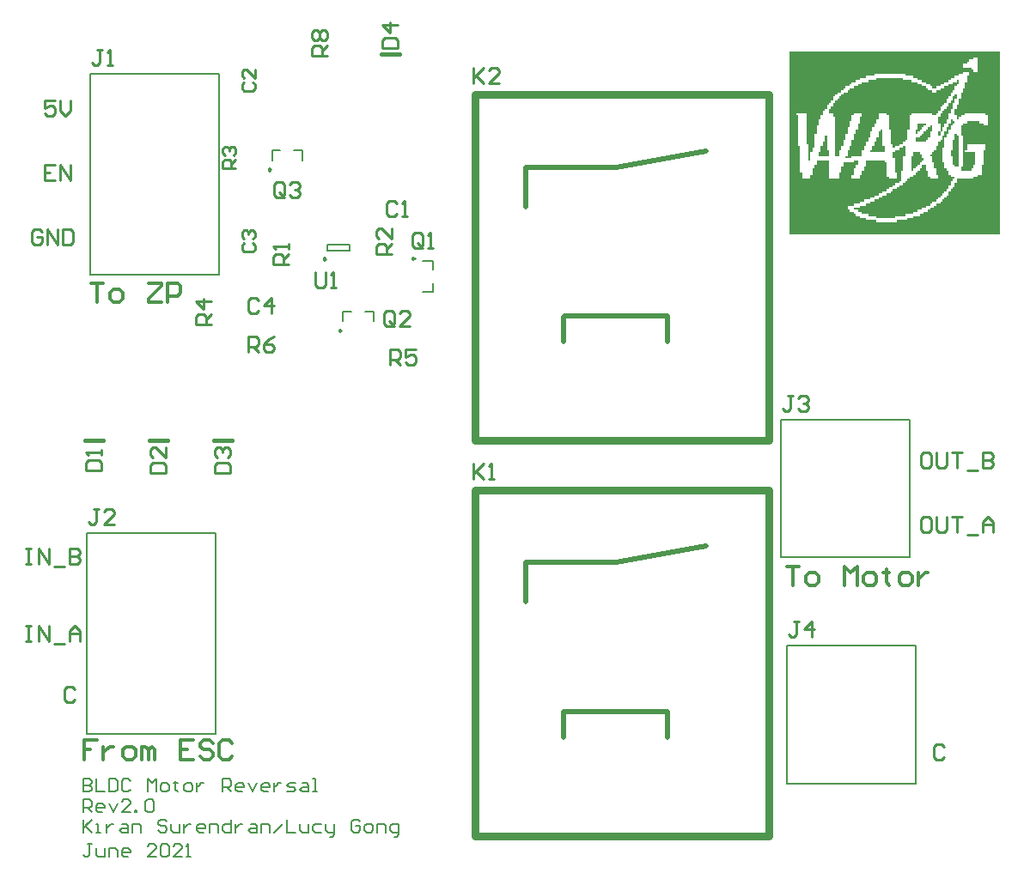
<source format=gto>
G04*
G04 #@! TF.GenerationSoftware,Altium Limited,Altium Designer,21.3.2 (30)*
G04*
G04 Layer_Color=65535*
%FSLAX25Y25*%
%MOIN*%
G70*
G04*
G04 #@! TF.SameCoordinates,176562F1-B387-4AA2-8F74-3CF4574A4688*
G04*
G04*
G04 #@! TF.FilePolarity,Positive*
G04*
G01*
G75*
%ADD10C,0.00984*%
%ADD11C,0.02953*%
%ADD12C,0.01968*%
%ADD13C,0.01575*%
%ADD14C,0.00787*%
%ADD15C,0.01200*%
%ADD16C,0.01000*%
G36*
X381600Y320400D02*
Y319600D01*
Y318800D01*
Y318000D01*
Y317200D01*
Y316400D01*
Y315600D01*
Y314800D01*
Y314000D01*
Y313200D01*
Y312400D01*
Y311600D01*
Y310800D01*
Y310000D01*
Y309200D01*
Y308400D01*
Y307600D01*
Y306800D01*
Y306000D01*
Y305200D01*
Y304400D01*
Y303600D01*
Y302800D01*
Y302000D01*
Y301200D01*
Y300400D01*
Y299600D01*
Y298800D01*
Y298000D01*
Y297200D01*
Y296400D01*
Y295600D01*
Y294800D01*
Y294000D01*
Y293200D01*
Y292400D01*
Y291600D01*
Y290800D01*
Y290000D01*
Y289200D01*
Y288400D01*
Y287600D01*
Y286800D01*
Y286000D01*
Y285200D01*
Y284400D01*
Y283600D01*
Y282800D01*
Y282000D01*
Y281200D01*
Y280400D01*
Y279600D01*
Y278800D01*
Y278000D01*
Y277200D01*
Y276400D01*
Y275600D01*
Y274800D01*
Y274000D01*
Y273200D01*
Y272400D01*
Y271600D01*
Y270800D01*
Y270000D01*
Y269200D01*
Y268400D01*
Y267600D01*
Y266800D01*
Y266000D01*
Y265200D01*
Y264400D01*
Y263600D01*
Y262800D01*
Y262000D01*
Y261200D01*
Y260400D01*
Y259600D01*
Y258800D01*
Y258000D01*
Y257200D01*
Y256400D01*
Y255600D01*
Y254800D01*
Y254000D01*
Y253200D01*
Y252400D01*
Y251600D01*
Y250800D01*
Y250000D01*
X300000D01*
Y250800D01*
Y251600D01*
Y252400D01*
Y253200D01*
Y254000D01*
Y254800D01*
Y255600D01*
Y256400D01*
Y257200D01*
Y258000D01*
Y258800D01*
Y259600D01*
Y260400D01*
Y261200D01*
Y262000D01*
Y262800D01*
Y263600D01*
Y264400D01*
Y265200D01*
Y266000D01*
Y266800D01*
Y267600D01*
Y268400D01*
Y269200D01*
Y270000D01*
Y270800D01*
Y271600D01*
Y272400D01*
Y273200D01*
Y274000D01*
Y274800D01*
Y275600D01*
Y276400D01*
Y277200D01*
Y278000D01*
Y278800D01*
Y279600D01*
Y280400D01*
Y281200D01*
Y282000D01*
Y282800D01*
Y283600D01*
Y284400D01*
Y285200D01*
Y286000D01*
Y286800D01*
Y287600D01*
Y288400D01*
Y289200D01*
Y290000D01*
Y290800D01*
Y291600D01*
Y292400D01*
Y293200D01*
Y294000D01*
Y294800D01*
Y295600D01*
Y296400D01*
Y297200D01*
Y298000D01*
Y298800D01*
Y299600D01*
Y300400D01*
Y301200D01*
Y302000D01*
Y302800D01*
Y303600D01*
Y304400D01*
Y305200D01*
Y306000D01*
Y306800D01*
Y307600D01*
Y308400D01*
Y309200D01*
Y310000D01*
Y310800D01*
Y311600D01*
Y312400D01*
Y313200D01*
Y314000D01*
Y314800D01*
Y315600D01*
Y316400D01*
Y317200D01*
Y318000D01*
Y318800D01*
Y319600D01*
Y320400D01*
Y321200D01*
X381600D01*
Y320400D01*
D02*
G37*
%LPC*%
G36*
X372800Y318800D02*
X371200D01*
Y318000D01*
X369600D01*
Y317200D01*
X368800D01*
Y316400D01*
X367200D01*
Y315600D01*
Y314800D01*
X370400D01*
Y314000D01*
X371200D01*
Y313200D01*
X372800D01*
Y314000D01*
Y314800D01*
Y315600D01*
Y316400D01*
Y317200D01*
Y318000D01*
Y318800D01*
D02*
G37*
G36*
X369600Y313200D02*
X367200D01*
Y312400D01*
X365600D01*
Y311600D01*
X364000D01*
Y310800D01*
X362400D01*
Y310000D01*
X361600D01*
Y309200D01*
X360000D01*
Y308400D01*
X358400D01*
Y307600D01*
X356800D01*
Y306800D01*
X355200D01*
Y307600D01*
X354400D01*
Y308400D01*
X352800D01*
Y309200D01*
X351200D01*
Y310000D01*
X349600D01*
Y310800D01*
X348000D01*
Y311600D01*
X344800D01*
Y312400D01*
X332800D01*
Y311600D01*
X329600D01*
Y310800D01*
X327200D01*
Y310000D01*
X325600D01*
Y309200D01*
X324000D01*
Y308400D01*
X323200D01*
Y307600D01*
X321600D01*
Y306800D01*
X320800D01*
Y306000D01*
X320000D01*
Y305200D01*
X318400D01*
Y304400D01*
X317600D01*
Y303600D01*
X316800D01*
Y302800D01*
Y302000D01*
X316000D01*
Y301200D01*
X315200D01*
Y300400D01*
X314400D01*
Y299600D01*
Y298800D01*
X313600D01*
Y298000D01*
X312800D01*
Y297200D01*
Y296400D01*
X312000D01*
Y295600D01*
Y294800D01*
X311200D01*
Y294000D01*
Y293200D01*
Y292400D01*
X310400D01*
Y291600D01*
Y290800D01*
Y290000D01*
Y289200D01*
X309600D01*
Y288400D01*
Y287600D01*
Y286800D01*
Y286000D01*
Y285200D01*
Y284400D01*
Y283600D01*
X308800D01*
Y282800D01*
Y282000D01*
X308000D01*
Y281200D01*
Y280400D01*
Y279600D01*
Y278800D01*
X307200D01*
Y279600D01*
Y280400D01*
Y281200D01*
Y282000D01*
Y282800D01*
Y283600D01*
Y284400D01*
Y285200D01*
X306400D01*
Y286000D01*
Y286800D01*
Y287600D01*
Y288400D01*
Y289200D01*
Y290000D01*
Y290800D01*
Y291600D01*
Y292400D01*
Y293200D01*
Y294000D01*
Y294800D01*
Y295600D01*
Y296400D01*
Y297200D01*
X302400D01*
Y296400D01*
X303200D01*
Y295600D01*
Y294800D01*
Y294000D01*
Y293200D01*
Y292400D01*
Y291600D01*
Y290800D01*
Y290000D01*
Y289200D01*
Y288400D01*
Y287600D01*
Y286800D01*
Y286000D01*
Y285200D01*
Y284400D01*
X304000D01*
Y283600D01*
Y282800D01*
Y282000D01*
Y281200D01*
Y280400D01*
Y279600D01*
Y278800D01*
Y278000D01*
Y277200D01*
Y276400D01*
Y275600D01*
Y274800D01*
Y274000D01*
X304800D01*
Y273200D01*
Y272400D01*
Y271600D01*
X308000D01*
Y272400D01*
Y273200D01*
X308800D01*
Y274000D01*
Y274800D01*
Y275600D01*
X309600D01*
Y276400D01*
Y277200D01*
X310400D01*
Y278000D01*
Y278800D01*
X315200D01*
Y278000D01*
Y277200D01*
Y276400D01*
Y275600D01*
Y274800D01*
Y274000D01*
Y273200D01*
Y272400D01*
Y271600D01*
X319200D01*
Y272400D01*
Y273200D01*
Y274000D01*
X320000D01*
Y274800D01*
Y275600D01*
Y276400D01*
X320800D01*
Y277200D01*
Y278000D01*
X324800D01*
Y278800D01*
X326400D01*
Y278000D01*
Y277200D01*
X325600D01*
Y276400D01*
Y275600D01*
X324800D01*
Y274800D01*
Y274000D01*
Y273200D01*
X324000D01*
Y272400D01*
Y271600D01*
X327200D01*
Y272400D01*
Y273200D01*
X328000D01*
Y274000D01*
Y274800D01*
X328800D01*
Y275600D01*
Y276400D01*
X329600D01*
Y277200D01*
Y278000D01*
Y278800D01*
X336800D01*
Y278000D01*
X337600D01*
Y277200D01*
Y276400D01*
Y275600D01*
Y274800D01*
Y274000D01*
Y273200D01*
Y272400D01*
X338400D01*
Y271600D01*
X341600D01*
Y272400D01*
Y273200D01*
Y274000D01*
X340800D01*
Y274800D01*
Y275600D01*
Y276400D01*
Y277200D01*
Y278000D01*
Y278800D01*
Y279600D01*
X340000D01*
Y280400D01*
Y281200D01*
Y282000D01*
X340800D01*
Y282800D01*
X342400D01*
Y283600D01*
X344000D01*
Y284400D01*
X344800D01*
Y283600D01*
Y282800D01*
Y282000D01*
Y281200D01*
Y280400D01*
X344000D01*
Y279600D01*
Y278800D01*
Y278000D01*
Y277200D01*
Y276400D01*
Y275600D01*
Y274800D01*
X343200D01*
Y274000D01*
Y273200D01*
Y272400D01*
Y271600D01*
Y270800D01*
X342400D01*
Y270000D01*
X340800D01*
Y269200D01*
X340000D01*
Y268400D01*
X338400D01*
Y267600D01*
X337600D01*
Y266800D01*
X336000D01*
Y266000D01*
X334400D01*
Y265200D01*
X332800D01*
Y264400D01*
X331200D01*
Y263600D01*
X328800D01*
Y262800D01*
X327200D01*
Y262000D01*
X324800D01*
Y261200D01*
X322400D01*
Y260400D01*
Y259600D01*
X323200D01*
Y258800D01*
X324800D01*
Y258000D01*
X325600D01*
Y257200D01*
X327200D01*
Y256400D01*
X329600D01*
Y255600D01*
X333600D01*
Y254800D01*
X341600D01*
Y255600D01*
X345600D01*
Y256400D01*
X348000D01*
Y257200D01*
X350400D01*
Y258000D01*
X352000D01*
Y258800D01*
X353600D01*
Y259600D01*
X354400D01*
Y260400D01*
X356000D01*
Y261200D01*
X356800D01*
Y262000D01*
X358400D01*
Y262800D01*
X359200D01*
Y263600D01*
X360000D01*
Y264400D01*
X360800D01*
Y265200D01*
X361600D01*
Y266000D01*
Y266800D01*
X362400D01*
Y267600D01*
X363200D01*
Y268400D01*
X364000D01*
Y269200D01*
Y270000D01*
X364800D01*
Y270800D01*
Y271600D01*
X371200D01*
Y272400D01*
X372800D01*
Y273200D01*
X374400D01*
Y274000D01*
Y274800D01*
Y275600D01*
Y276400D01*
Y277200D01*
X375200D01*
Y278000D01*
Y278800D01*
Y279600D01*
Y280400D01*
Y281200D01*
Y282000D01*
Y282800D01*
X376000D01*
Y283600D01*
Y284400D01*
Y285200D01*
X368800D01*
Y284400D01*
Y283600D01*
Y282800D01*
X368000D01*
Y282000D01*
X372000D01*
Y281200D01*
Y280400D01*
Y279600D01*
Y278800D01*
Y278000D01*
Y277200D01*
X371200D01*
Y276400D01*
Y275600D01*
X370400D01*
Y274800D01*
X366400D01*
Y275600D01*
Y276400D01*
X367200D01*
Y277200D01*
Y278000D01*
Y278800D01*
Y279600D01*
Y280400D01*
Y281200D01*
Y282000D01*
Y282800D01*
Y283600D01*
Y284400D01*
Y285200D01*
Y286000D01*
Y286800D01*
Y287600D01*
Y288400D01*
X366400D01*
Y289200D01*
Y290000D01*
Y290800D01*
Y291600D01*
Y292400D01*
X367200D01*
Y293200D01*
X368800D01*
Y294000D01*
X373600D01*
Y293200D01*
X375200D01*
Y292400D01*
X376800D01*
Y293200D01*
Y294000D01*
Y294800D01*
Y295600D01*
Y296400D01*
X376000D01*
Y297200D01*
X368000D01*
Y296400D01*
X366400D01*
Y295600D01*
X365600D01*
Y294800D01*
X364800D01*
Y295600D01*
Y296400D01*
X364000D01*
Y297200D01*
Y298000D01*
Y298800D01*
X364800D01*
Y299600D01*
Y300400D01*
X365600D01*
Y301200D01*
Y302000D01*
Y302800D01*
X366400D01*
Y303600D01*
Y304400D01*
Y305200D01*
X367200D01*
Y306000D01*
Y306800D01*
X368000D01*
Y307600D01*
Y308400D01*
Y309200D01*
X368800D01*
Y310000D01*
Y310800D01*
Y311600D01*
X369600D01*
Y312400D01*
Y313200D01*
D02*
G37*
%LPD*%
G36*
X344000Y310000D02*
X347200D01*
Y309200D01*
X349600D01*
Y308400D01*
X351200D01*
Y307600D01*
X352800D01*
Y306800D01*
X353600D01*
Y306000D01*
X355200D01*
Y305200D01*
X356800D01*
Y306000D01*
X358400D01*
Y306800D01*
X360000D01*
Y307600D01*
X361600D01*
Y308400D01*
X363200D01*
Y309200D01*
X364800D01*
Y310000D01*
X365600D01*
Y309200D01*
Y308400D01*
X364800D01*
Y307600D01*
X364000D01*
Y306800D01*
Y306000D01*
X363200D01*
Y305200D01*
X362400D01*
Y304400D01*
Y303600D01*
X361600D01*
Y302800D01*
X360800D01*
Y302000D01*
Y301200D01*
X360000D01*
Y300400D01*
X359200D01*
Y299600D01*
X358400D01*
Y298800D01*
Y298000D01*
X357600D01*
Y297200D01*
X356800D01*
Y296400D01*
X355200D01*
Y297200D01*
X347200D01*
Y296400D01*
X346400D01*
Y295600D01*
Y294800D01*
Y294000D01*
Y293200D01*
Y292400D01*
Y291600D01*
Y290800D01*
X345600D01*
Y290000D01*
Y289200D01*
Y288400D01*
Y287600D01*
Y286800D01*
X344800D01*
Y286000D01*
X344000D01*
Y285200D01*
X342400D01*
Y284400D01*
X340800D01*
Y283600D01*
X340000D01*
Y284400D01*
Y285200D01*
X339200D01*
Y286000D01*
Y286800D01*
Y287600D01*
Y288400D01*
Y289200D01*
Y290000D01*
Y290800D01*
X338400D01*
Y291600D01*
Y292400D01*
Y293200D01*
Y294000D01*
Y294800D01*
Y295600D01*
Y296400D01*
X337600D01*
Y297200D01*
X334400D01*
Y296400D01*
Y295600D01*
Y294800D01*
X333600D01*
Y294000D01*
Y293200D01*
X332800D01*
Y292400D01*
Y291600D01*
X332000D01*
Y290800D01*
Y290000D01*
X331200D01*
Y289200D01*
Y288400D01*
Y287600D01*
X330400D01*
Y286800D01*
Y286000D01*
X329600D01*
Y285200D01*
Y284400D01*
X328800D01*
Y283600D01*
Y282800D01*
X328000D01*
Y282000D01*
Y281200D01*
Y280400D01*
X324000D01*
Y279600D01*
X321600D01*
Y280400D01*
X322400D01*
Y281200D01*
Y282000D01*
Y282800D01*
X323200D01*
Y283600D01*
Y284400D01*
X324000D01*
Y285200D01*
Y286000D01*
Y286800D01*
X324800D01*
Y287600D01*
Y288400D01*
Y289200D01*
X325600D01*
Y290000D01*
Y290800D01*
X326400D01*
Y291600D01*
Y292400D01*
Y293200D01*
X327200D01*
Y294000D01*
Y294800D01*
Y295600D01*
X328000D01*
Y296400D01*
Y297200D01*
X324800D01*
Y296400D01*
X324000D01*
Y295600D01*
Y294800D01*
Y294000D01*
X323200D01*
Y293200D01*
Y292400D01*
Y291600D01*
X322400D01*
Y290800D01*
Y290000D01*
Y289200D01*
X321600D01*
Y288400D01*
Y287600D01*
Y286800D01*
X320800D01*
Y286000D01*
Y285200D01*
Y284400D01*
X320000D01*
Y283600D01*
Y282800D01*
X319200D01*
Y282000D01*
Y281200D01*
Y280400D01*
X317600D01*
Y281200D01*
Y282000D01*
Y282800D01*
Y283600D01*
Y284400D01*
Y285200D01*
Y286000D01*
Y286800D01*
Y287600D01*
Y288400D01*
Y289200D01*
Y290000D01*
Y290800D01*
Y291600D01*
Y292400D01*
Y293200D01*
Y294000D01*
Y294800D01*
Y295600D01*
X316800D01*
Y296400D01*
Y297200D01*
X315200D01*
Y298000D01*
Y298800D01*
X316000D01*
Y299600D01*
X316800D01*
Y300400D01*
Y301200D01*
X317600D01*
Y302000D01*
X318400D01*
Y302800D01*
X319200D01*
Y303600D01*
X320000D01*
Y304400D01*
X320800D01*
Y305200D01*
X322400D01*
Y306000D01*
X323200D01*
Y306800D01*
X324800D01*
Y307600D01*
X326400D01*
Y308400D01*
X328000D01*
Y309200D01*
X330400D01*
Y310000D01*
X333600D01*
Y310800D01*
X344000D01*
Y310000D01*
D02*
G37*
G36*
X364800Y303600D02*
Y302800D01*
X364000D01*
Y302000D01*
Y301200D01*
X363200D01*
Y300400D01*
Y299600D01*
Y298800D01*
X362400D01*
Y298000D01*
Y297200D01*
X361600D01*
Y296400D01*
Y295600D01*
Y294800D01*
X360800D01*
Y294000D01*
Y293200D01*
X360000D01*
Y292400D01*
Y291600D01*
X359200D01*
Y290800D01*
Y290000D01*
X358400D01*
Y290800D01*
Y291600D01*
Y292400D01*
Y293200D01*
X357600D01*
Y294000D01*
Y294800D01*
Y295600D01*
X358400D01*
Y296400D01*
Y297200D01*
X359200D01*
Y298000D01*
X360000D01*
Y298800D01*
X360800D01*
Y299600D01*
X361600D01*
Y300400D01*
Y301200D01*
X362400D01*
Y302000D01*
X363200D01*
Y302800D01*
Y303600D01*
X364000D01*
Y304400D01*
X364800D01*
Y303600D01*
D02*
G37*
G36*
X352800Y292400D02*
X352000D01*
Y291600D01*
X351200D01*
Y290800D01*
X350400D01*
Y290000D01*
X349600D01*
Y289200D01*
X348800D01*
Y290000D01*
Y290800D01*
X349600D01*
Y291600D01*
Y292400D01*
Y293200D01*
X352800D01*
Y292400D01*
D02*
G37*
G36*
X358400Y289200D02*
Y288400D01*
X357600D01*
Y289200D01*
Y290000D01*
X358400D01*
Y289200D01*
D02*
G37*
G36*
X355200Y291600D02*
Y290800D01*
Y290000D01*
X354400D01*
Y289200D01*
Y288400D01*
Y287600D01*
X353600D01*
Y286800D01*
X352800D01*
Y286000D01*
X348800D01*
Y286800D01*
Y287600D01*
X350400D01*
Y288400D01*
X351200D01*
Y289200D01*
X352000D01*
Y290000D01*
X352800D01*
Y290800D01*
X353600D01*
Y291600D01*
X354400D01*
Y292400D01*
X355200D01*
Y291600D01*
D02*
G37*
G36*
X336000Y290000D02*
Y289200D01*
Y288400D01*
Y287600D01*
Y286800D01*
Y286000D01*
Y285200D01*
Y284400D01*
X336800D01*
Y283600D01*
Y282800D01*
Y282000D01*
X331200D01*
Y282800D01*
X332000D01*
Y283600D01*
Y284400D01*
X332800D01*
Y285200D01*
Y286000D01*
X333600D01*
Y286800D01*
Y287600D01*
X334400D01*
Y288400D01*
Y289200D01*
Y290000D01*
X335200D01*
Y290800D01*
X336000D01*
Y290000D01*
D02*
G37*
G36*
X314400Y287600D02*
Y286800D01*
Y286000D01*
Y285200D01*
Y284400D01*
Y283600D01*
Y282800D01*
X315200D01*
Y282000D01*
Y281200D01*
Y280400D01*
X311200D01*
Y281200D01*
Y282000D01*
X312000D01*
Y282800D01*
Y283600D01*
Y284400D01*
X312800D01*
Y285200D01*
Y286000D01*
X313600D01*
Y286800D01*
Y287600D01*
Y288400D01*
X314400D01*
Y287600D01*
D02*
G37*
G36*
X364800Y288400D02*
X365600D01*
Y287600D01*
Y286800D01*
Y286000D01*
Y285200D01*
Y284400D01*
Y283600D01*
Y282800D01*
Y282000D01*
Y281200D01*
Y280400D01*
Y279600D01*
Y278800D01*
Y278000D01*
Y277200D01*
Y276400D01*
X364000D01*
Y277200D01*
X363200D01*
Y278000D01*
Y278800D01*
Y279600D01*
Y280400D01*
X362400D01*
Y281200D01*
Y282000D01*
Y282800D01*
X363200D01*
Y283600D01*
Y284400D01*
Y285200D01*
Y286000D01*
Y286800D01*
X364000D01*
Y287600D01*
Y288400D01*
Y289200D01*
X364800D01*
Y288400D01*
D02*
G37*
G36*
X350400Y281200D02*
X351200D01*
Y280400D01*
Y279600D01*
X352000D01*
Y278800D01*
X351200D01*
Y278000D01*
X350400D01*
Y277200D01*
X349600D01*
Y276400D01*
X348800D01*
Y275600D01*
X348000D01*
Y274800D01*
X347200D01*
Y275600D01*
Y276400D01*
Y277200D01*
Y278000D01*
Y278800D01*
Y279600D01*
Y280400D01*
X348000D01*
Y281200D01*
Y282000D01*
X350400D01*
Y281200D01*
D02*
G37*
G36*
X363200Y294000D02*
X364000D01*
Y293200D01*
X363200D01*
Y292400D01*
X362400D01*
Y291600D01*
Y290800D01*
X361600D01*
Y290000D01*
Y289200D01*
X360800D01*
Y288400D01*
Y287600D01*
X360000D01*
Y286800D01*
Y286000D01*
Y285200D01*
Y284400D01*
Y283600D01*
X359200D01*
Y282800D01*
Y282000D01*
Y281200D01*
Y280400D01*
Y279600D01*
Y278800D01*
Y278000D01*
X360000D01*
Y277200D01*
Y276400D01*
Y275600D01*
X360800D01*
Y274800D01*
X361600D01*
Y274000D01*
Y273200D01*
X362400D01*
Y272400D01*
X364000D01*
Y271600D01*
X363200D01*
Y270800D01*
X362400D01*
Y270000D01*
Y269200D01*
X361600D01*
Y268400D01*
Y267600D01*
X360800D01*
Y266800D01*
X360000D01*
Y266000D01*
X359200D01*
Y265200D01*
X358400D01*
Y264400D01*
X357600D01*
Y263600D01*
X356800D01*
Y262800D01*
X355200D01*
Y262000D01*
X354400D01*
Y261200D01*
X352800D01*
Y260400D01*
X351200D01*
Y259600D01*
X349600D01*
Y258800D01*
X348000D01*
Y258000D01*
X344800D01*
Y257200D01*
X340800D01*
Y256400D01*
X333600D01*
Y257200D01*
X330400D01*
Y258000D01*
X328000D01*
Y258800D01*
X326400D01*
Y259600D01*
X324800D01*
Y260400D01*
X327200D01*
Y261200D01*
X329600D01*
Y262000D01*
X331200D01*
Y262800D01*
X332800D01*
Y263600D01*
X334400D01*
Y264400D01*
X336000D01*
Y265200D01*
X337600D01*
Y266000D01*
X339200D01*
Y266800D01*
X340000D01*
Y267600D01*
X341600D01*
Y268400D01*
X342400D01*
Y269200D01*
X344000D01*
Y270000D01*
X344800D01*
Y270800D01*
X345600D01*
Y271600D01*
X346400D01*
Y272400D01*
X348000D01*
Y273200D01*
X348800D01*
Y274000D01*
X349600D01*
Y274800D01*
X350400D01*
Y275600D01*
X351200D01*
Y276400D01*
Y277200D01*
X352800D01*
Y276400D01*
Y275600D01*
Y274800D01*
X353600D01*
Y274000D01*
Y273200D01*
Y272400D01*
X354400D01*
Y271600D01*
X357600D01*
Y272400D01*
Y273200D01*
X356800D01*
Y274000D01*
Y274800D01*
Y275600D01*
X356000D01*
Y276400D01*
Y277200D01*
Y278000D01*
X355200D01*
Y278800D01*
Y279600D01*
Y280400D01*
X354400D01*
Y281200D01*
X355200D01*
Y282000D01*
X356000D01*
Y282800D01*
X356800D01*
Y283600D01*
Y284400D01*
X357600D01*
Y285200D01*
Y286000D01*
X358400D01*
Y286800D01*
X359200D01*
Y287600D01*
Y288400D01*
X360000D01*
Y289200D01*
Y290000D01*
X360800D01*
Y290800D01*
Y291600D01*
X361600D01*
Y292400D01*
Y293200D01*
X362400D01*
Y294000D01*
Y294800D01*
X363200D01*
Y294000D01*
D02*
G37*
D10*
X119980Y240571D02*
X119242Y240997D01*
Y240145D01*
X119980Y240571D01*
X98486Y275276D02*
X97748Y275702D01*
Y274849D01*
X98486Y275276D01*
X125986Y212776D02*
X125248Y213202D01*
Y212349D01*
X125986Y212776D01*
X154392Y240766D02*
X153654Y241192D01*
Y240340D01*
X154392Y240766D01*
D11*
X177795Y16538D02*
X291968D01*
X177795Y150772D02*
X291968D01*
Y16538D02*
Y150772D01*
X177795Y16538D02*
Y150772D01*
Y170082D02*
X291968D01*
X177795Y304315D02*
X291968D01*
Y170082D02*
Y304315D01*
X177795Y170082D02*
Y304315D01*
D12*
X212441Y64811D02*
X252598D01*
X212362Y54831D02*
Y64653D01*
X252480Y54831D02*
Y64614D01*
X197480Y107331D02*
Y122606D01*
X197402Y122685D02*
X232441D01*
X267480Y128984D01*
X232441Y276228D02*
X267480Y282528D01*
X197402Y276228D02*
X232441D01*
X197480Y260874D02*
Y276150D01*
X252480Y208374D02*
Y218158D01*
X212362Y208374D02*
Y218197D01*
X212441Y218354D02*
X252598D01*
D13*
X141500Y319965D02*
X148500D01*
X76500Y170035D02*
X83500D01*
X51500D02*
X58500D01*
X26500D02*
X33500D01*
D14*
X28504Y234547D02*
X78504D01*
X28504Y312500D02*
X78504D01*
X28504Y234547D02*
Y312500D01*
X78504Y234547D02*
Y312500D01*
X298996Y36909D02*
Y90453D01*
X348996Y36909D02*
Y90453D01*
X298996Y36909D02*
X348996D01*
X298996Y90453D02*
X348996D01*
X296496Y124634D02*
Y178177D01*
X346496Y124634D02*
Y178177D01*
X296496Y124634D02*
X346496D01*
X296496Y178177D02*
X346496D01*
X120669Y243819D02*
Y246181D01*
X129331Y243819D02*
Y246181D01*
X120669Y243819D02*
X129331D01*
X120669Y246181D02*
X129331D01*
X99094Y278819D02*
Y282756D01*
X102325D01*
X110906Y278819D02*
Y282756D01*
X107675D02*
X110906D01*
X135175Y220256D02*
X138406D01*
Y216319D02*
Y220256D01*
X126594D02*
X129825D01*
X126594Y216319D02*
Y220256D01*
X77354Y56028D02*
Y133980D01*
X27354Y56028D02*
Y133980D01*
X77354D01*
X27354Y56028D02*
X77354D01*
X161380Y227854D02*
Y231085D01*
X157443Y227854D02*
X161380D01*
Y236435D02*
Y239665D01*
X157443D02*
X161380D01*
X25787Y38615D02*
Y33617D01*
X28287D01*
X29120Y34450D01*
Y35283D01*
X28287Y36116D01*
X25787D01*
X28287D01*
X29120Y36949D01*
Y37782D01*
X28287Y38615D01*
X25787D01*
X30786D02*
Y33617D01*
X34118D01*
X35784Y38615D02*
Y33617D01*
X38283D01*
X39116Y34450D01*
Y37782D01*
X38283Y38615D01*
X35784D01*
X44115Y37782D02*
X43282Y38615D01*
X41616D01*
X40782Y37782D01*
Y34450D01*
X41616Y33617D01*
X43282D01*
X44115Y34450D01*
X50779Y33617D02*
Y38615D01*
X52445Y36949D01*
X54112Y38615D01*
Y33617D01*
X56611D02*
X58277D01*
X59110Y34450D01*
Y36116D01*
X58277Y36949D01*
X56611D01*
X55778Y36116D01*
Y34450D01*
X56611Y33617D01*
X61609Y37782D02*
Y36949D01*
X60776D01*
X62442D01*
X61609D01*
Y34450D01*
X62442Y33617D01*
X65774D02*
X67441D01*
X68274Y34450D01*
Y36116D01*
X67441Y36949D01*
X65774D01*
X64941Y36116D01*
Y34450D01*
X65774Y33617D01*
X69940Y36949D02*
Y33617D01*
Y35283D01*
X70773Y36116D01*
X71606Y36949D01*
X72439D01*
X79936Y33617D02*
Y38615D01*
X82436D01*
X83269Y37782D01*
Y36116D01*
X82436Y35283D01*
X79936D01*
X81603D02*
X83269Y33617D01*
X87434D02*
X85768D01*
X84935Y34450D01*
Y36116D01*
X85768Y36949D01*
X87434D01*
X88267Y36116D01*
Y35283D01*
X84935D01*
X89933Y36949D02*
X91599Y33617D01*
X93265Y36949D01*
X97431Y33617D02*
X95765D01*
X94932Y34450D01*
Y36116D01*
X95765Y36949D01*
X97431D01*
X98264Y36116D01*
Y35283D01*
X94932D01*
X99930Y36949D02*
Y33617D01*
Y35283D01*
X100763Y36116D01*
X101596Y36949D01*
X102429D01*
X104928Y33617D02*
X107428D01*
X108261Y34450D01*
X107428Y35283D01*
X105762D01*
X104928Y36116D01*
X105762Y36949D01*
X108261D01*
X110760D02*
X112426D01*
X113259Y36116D01*
Y33617D01*
X110760D01*
X109927Y34450D01*
X110760Y35283D01*
X113259D01*
X114925Y33617D02*
X116591D01*
X115758D01*
Y38615D01*
X114925D01*
X25787Y25729D02*
Y30728D01*
X28287D01*
X29120Y29895D01*
Y28228D01*
X28287Y27395D01*
X25787D01*
X27454D02*
X29120Y25729D01*
X33285D02*
X31619D01*
X30786Y26562D01*
Y28228D01*
X31619Y29061D01*
X33285D01*
X34118Y28228D01*
Y27395D01*
X30786D01*
X35784Y29061D02*
X37450Y25729D01*
X39116Y29061D01*
X44115Y25729D02*
X40782D01*
X44115Y29061D01*
Y29895D01*
X43282Y30728D01*
X41616D01*
X40782Y29895D01*
X45781Y25729D02*
Y26562D01*
X46614D01*
Y25729D01*
X45781D01*
X49946Y29895D02*
X50779Y30728D01*
X52445D01*
X53278Y29895D01*
Y26562D01*
X52445Y25729D01*
X50779D01*
X49946Y26562D01*
Y29895D01*
X25787Y22840D02*
Y17841D01*
Y19508D01*
X29120Y22840D01*
X26621Y20340D01*
X29120Y17841D01*
X30786D02*
X32452D01*
X31619D01*
Y21174D01*
X30786D01*
X34951D02*
Y17841D01*
Y19508D01*
X35784Y20340D01*
X36617Y21174D01*
X37450D01*
X40782D02*
X42449D01*
X43282Y20340D01*
Y17841D01*
X40782D01*
X39950Y18674D01*
X40782Y19508D01*
X43282D01*
X44948Y17841D02*
Y21174D01*
X47447D01*
X48280Y20340D01*
Y17841D01*
X58277Y22007D02*
X57444Y22840D01*
X55778D01*
X54945Y22007D01*
Y21174D01*
X55778Y20340D01*
X57444D01*
X58277Y19508D01*
Y18674D01*
X57444Y17841D01*
X55778D01*
X54945Y18674D01*
X59943Y21174D02*
Y18674D01*
X60776Y17841D01*
X63275D01*
Y21174D01*
X64941D02*
Y17841D01*
Y19508D01*
X65774Y20340D01*
X66607Y21174D01*
X67441D01*
X72439Y17841D02*
X70773D01*
X69940Y18674D01*
Y20340D01*
X70773Y21174D01*
X72439D01*
X73272Y20340D01*
Y19508D01*
X69940D01*
X74938Y17841D02*
Y21174D01*
X77437D01*
X78270Y20340D01*
Y17841D01*
X83269Y22840D02*
Y17841D01*
X80770D01*
X79936Y18674D01*
Y20340D01*
X80770Y21174D01*
X83269D01*
X84935D02*
Y17841D01*
Y19508D01*
X85768Y20340D01*
X86601Y21174D01*
X87434D01*
X90766D02*
X92432D01*
X93265Y20340D01*
Y17841D01*
X90766D01*
X89933Y18674D01*
X90766Y19508D01*
X93265D01*
X94932Y17841D02*
Y21174D01*
X97431D01*
X98264Y20340D01*
Y17841D01*
X99930D02*
X103262Y21174D01*
X104928Y22840D02*
Y17841D01*
X108261D01*
X109927Y21174D02*
Y18674D01*
X110760Y17841D01*
X113259D01*
Y21174D01*
X118257D02*
X115758D01*
X114925Y20340D01*
Y18674D01*
X115758Y17841D01*
X118257D01*
X119924Y21174D02*
Y18674D01*
X120757Y17841D01*
X123256D01*
Y17008D01*
X122423Y16175D01*
X121590D01*
X123256Y17841D02*
Y21174D01*
X133253Y22007D02*
X132420Y22840D01*
X130753D01*
X129920Y22007D01*
Y18674D01*
X130753Y17841D01*
X132420D01*
X133253Y18674D01*
Y20340D01*
X131586D01*
X135752Y17841D02*
X137418D01*
X138251Y18674D01*
Y20340D01*
X137418Y21174D01*
X135752D01*
X134919Y20340D01*
Y18674D01*
X135752Y17841D01*
X139917D02*
Y21174D01*
X142416D01*
X143249Y20340D01*
Y17841D01*
X146582Y16175D02*
X147415D01*
X148248Y17008D01*
Y21174D01*
X145748D01*
X144915Y20340D01*
Y18674D01*
X145748Y17841D01*
X148248D01*
X29120Y13286D02*
X27454D01*
X28287D01*
Y9121D01*
X27454Y8287D01*
X26621D01*
X25787Y9121D01*
X30786Y11620D02*
Y9121D01*
X31619Y8287D01*
X34118D01*
Y11620D01*
X35784Y8287D02*
Y11620D01*
X38283D01*
X39116Y10787D01*
Y8287D01*
X43282D02*
X41616D01*
X40782Y9121D01*
Y10787D01*
X41616Y11620D01*
X43282D01*
X44115Y10787D01*
Y9954D01*
X40782D01*
X54112Y8287D02*
X50779D01*
X54112Y11620D01*
Y12453D01*
X53278Y13286D01*
X51612D01*
X50779Y12453D01*
X55778D02*
X56611Y13286D01*
X58277D01*
X59110Y12453D01*
Y9121D01*
X58277Y8287D01*
X56611D01*
X55778Y9121D01*
Y12453D01*
X64108Y8287D02*
X60776D01*
X64108Y11620D01*
Y12453D01*
X63275Y13286D01*
X61609D01*
X60776Y12453D01*
X65774Y8287D02*
X67441D01*
X66607D01*
Y13286D01*
X65774Y12453D01*
D15*
X298700Y121198D02*
X303698D01*
X301199D01*
Y113700D01*
X307447D02*
X309946D01*
X311196Y114950D01*
Y117449D01*
X309946Y118698D01*
X307447D01*
X306198Y117449D01*
Y114950D01*
X307447Y113700D01*
X321193D02*
Y121198D01*
X323692Y118698D01*
X326191Y121198D01*
Y113700D01*
X329940D02*
X332439D01*
X333689Y114950D01*
Y117449D01*
X332439Y118698D01*
X329940D01*
X328690Y117449D01*
Y114950D01*
X329940Y113700D01*
X337438Y119948D02*
Y118698D01*
X336188D01*
X338687D01*
X337438D01*
Y114950D01*
X338687Y113700D01*
X343686D02*
X346185D01*
X347434Y114950D01*
Y117449D01*
X346185Y118698D01*
X343686D01*
X342436Y117449D01*
Y114950D01*
X343686Y113700D01*
X349934Y118698D02*
Y113700D01*
Y116199D01*
X351183Y117449D01*
X352433Y118698D01*
X353682D01*
X28700Y231198D02*
X33698D01*
X31199D01*
Y223700D01*
X37447D02*
X39946D01*
X41196Y224950D01*
Y227449D01*
X39946Y228698D01*
X37447D01*
X36198Y227449D01*
Y224950D01*
X37447Y223700D01*
X51193Y231198D02*
X56191D01*
Y229948D01*
X51193Y224950D01*
Y223700D01*
X56191D01*
X58690D02*
Y231198D01*
X62439D01*
X63689Y229948D01*
Y227449D01*
X62439Y226199D01*
X58690D01*
X31198Y53698D02*
X26200D01*
Y49949D01*
X28699D01*
X26200D01*
Y46200D01*
X33698Y51198D02*
Y46200D01*
Y48699D01*
X34947Y49949D01*
X36197Y51198D01*
X37446D01*
X42445Y46200D02*
X44944D01*
X46194Y47450D01*
Y49949D01*
X44944Y51198D01*
X42445D01*
X41195Y49949D01*
Y47450D01*
X42445Y46200D01*
X48693D02*
Y51198D01*
X49942D01*
X51192Y49949D01*
Y46200D01*
Y49949D01*
X52442Y51198D01*
X53691Y49949D01*
Y46200D01*
X68686Y53698D02*
X63688D01*
Y46200D01*
X68686D01*
X63688Y49949D02*
X66187D01*
X76184Y52448D02*
X74934Y53698D01*
X72435D01*
X71185Y52448D01*
Y51198D01*
X72435Y49949D01*
X74934D01*
X76184Y48699D01*
Y47450D01*
X74934Y46200D01*
X72435D01*
X71185Y47450D01*
X83681Y52448D02*
X82432Y53698D01*
X79933D01*
X78683Y52448D01*
Y47450D01*
X79933Y46200D01*
X82432D01*
X83681Y47450D01*
D16*
X359999Y50998D02*
X358999Y51998D01*
X357000D01*
X356000Y50998D01*
Y47000D01*
X357000Y46000D01*
X358999D01*
X359999Y47000D01*
X14999Y301998D02*
X11000D01*
Y298999D01*
X12999Y299999D01*
X13999D01*
X14999Y298999D01*
Y297000D01*
X13999Y296000D01*
X12000D01*
X11000Y297000D01*
X16998Y301998D02*
Y297999D01*
X18997Y296000D01*
X20997Y297999D01*
Y301998D01*
X22499Y73498D02*
X21499Y74498D01*
X19500D01*
X18500Y73498D01*
Y69500D01*
X19500Y68500D01*
X21499D01*
X22499Y69500D01*
X3500Y97998D02*
X5499D01*
X4500D01*
Y92000D01*
X3500D01*
X5499D01*
X8498D02*
Y97998D01*
X12497Y92000D01*
Y97998D01*
X14496Y91000D02*
X18495D01*
X20494Y92000D02*
Y95998D01*
X22494Y97998D01*
X24493Y95998D01*
Y92000D01*
Y94999D01*
X20494D01*
X353849Y165478D02*
X351850D01*
X350850Y164478D01*
Y160480D01*
X351850Y159480D01*
X353849D01*
X354849Y160480D01*
Y164478D01*
X353849Y165478D01*
X356849D02*
Y160480D01*
X357848Y159480D01*
X359847D01*
X360847Y160480D01*
Y165478D01*
X362846D02*
X366845D01*
X364846D01*
Y159480D01*
X368845Y158480D02*
X372843D01*
X374843Y165478D02*
Y159480D01*
X377842D01*
X378841Y160480D01*
Y161479D01*
X377842Y162479D01*
X374843D01*
X377842D01*
X378841Y163479D01*
Y164478D01*
X377842Y165478D01*
X374843D01*
X353849Y140478D02*
X351850D01*
X350850Y139478D01*
Y135480D01*
X351850Y134480D01*
X353849D01*
X354849Y135480D01*
Y139478D01*
X353849Y140478D01*
X356849D02*
Y135480D01*
X357848Y134480D01*
X359847D01*
X360847Y135480D01*
Y140478D01*
X362846D02*
X366845D01*
X364846D01*
Y134480D01*
X368845Y133480D02*
X372843D01*
X374843Y134480D02*
Y138479D01*
X376842Y140478D01*
X378841Y138479D01*
Y134480D01*
Y137479D01*
X374843D01*
X3500Y127998D02*
X5499D01*
X4500D01*
Y122000D01*
X3500D01*
X5499D01*
X8498D02*
Y127998D01*
X12497Y122000D01*
Y127998D01*
X14496Y121000D02*
X18495D01*
X20494Y127998D02*
Y122000D01*
X23494D01*
X24493Y122999D01*
Y123999D01*
X23494Y124999D01*
X20494D01*
X23494D01*
X24493Y125998D01*
Y126998D01*
X23494Y127998D01*
X20494D01*
X14999Y276998D02*
X11000D01*
Y271000D01*
X14999D01*
X11000Y273999D02*
X12999D01*
X16998Y271000D02*
Y276998D01*
X20997Y271000D01*
Y276998D01*
X9999Y250998D02*
X8999Y251998D01*
X7000D01*
X6000Y250998D01*
Y247000D01*
X7000Y246000D01*
X8999D01*
X9999Y247000D01*
Y248999D01*
X7999D01*
X11998Y246000D02*
Y251998D01*
X15997Y246000D01*
Y251998D01*
X17996D02*
Y246000D01*
X20995D01*
X21995Y247000D01*
Y250998D01*
X20995Y251998D01*
X17996D01*
X303552Y99810D02*
X301552D01*
X302552D01*
Y94811D01*
X301552Y93812D01*
X300552D01*
X299553Y94811D01*
X308550Y93812D02*
Y99810D01*
X305551Y96811D01*
X309549D01*
X120499Y319450D02*
X114501D01*
Y322449D01*
X115501Y323449D01*
X117500D01*
X118500Y322449D01*
Y319450D01*
Y321450D02*
X120499Y323449D01*
X115501Y325448D02*
X114501Y326448D01*
Y328448D01*
X115501Y329447D01*
X116500D01*
X117500Y328448D01*
X118500Y329447D01*
X119499D01*
X120499Y328448D01*
Y326448D01*
X119499Y325448D01*
X118500D01*
X117500Y326448D01*
X116500Y325448D01*
X115501D01*
X117500Y326448D02*
Y328448D01*
X104000Y265501D02*
Y269499D01*
X103001Y270499D01*
X101001D01*
X100002Y269499D01*
Y265501D01*
X101001Y264501D01*
X103001D01*
X102001Y266500D02*
X104000Y264501D01*
X103001D02*
X104000Y265501D01*
X106000Y269499D02*
X106999Y270499D01*
X108999D01*
X109998Y269499D01*
Y268500D01*
X108999Y267500D01*
X107999D01*
X108999D01*
X109998Y266500D01*
Y265501D01*
X108999Y264501D01*
X106999D01*
X106000Y265501D01*
X177353Y314810D02*
Y308812D01*
Y310811D01*
X181351Y314810D01*
X178352Y311811D01*
X181351Y308812D01*
X187349D02*
X183351D01*
X187349Y312810D01*
Y313810D01*
X186350Y314810D01*
X184351D01*
X183351Y313810D01*
X116001Y235499D02*
Y230501D01*
X117001Y229501D01*
X119000D01*
X120000Y230501D01*
Y235499D01*
X121999Y229501D02*
X123999D01*
X122999D01*
Y235499D01*
X121999Y234499D01*
X90002Y204501D02*
Y210499D01*
X93001D01*
X94000Y209499D01*
Y207500D01*
X93001Y206500D01*
X90002D01*
X92001D02*
X94000Y204501D01*
X99998Y210499D02*
X97999Y209499D01*
X96000Y207500D01*
Y205501D01*
X96999Y204501D01*
X98999D01*
X99998Y205501D01*
Y206500D01*
X98999Y207500D01*
X96000D01*
X145002Y199501D02*
Y205499D01*
X148001D01*
X149000Y204499D01*
Y202500D01*
X148001Y201500D01*
X145002D01*
X147001D02*
X149000Y199501D01*
X154998Y205499D02*
X151000D01*
Y202500D01*
X152999Y203500D01*
X153999D01*
X154998Y202500D01*
Y200501D01*
X153999Y199501D01*
X151999D01*
X151000Y200501D01*
X75499Y215002D02*
X69501D01*
Y218001D01*
X70501Y219000D01*
X72500D01*
X73500Y218001D01*
Y215002D01*
Y217001D02*
X75499Y219000D01*
Y223999D02*
X69501D01*
X72500Y221000D01*
Y224998D01*
X84999Y275835D02*
X80001D01*
Y278334D01*
X80834Y279167D01*
X82500D01*
X83333Y278334D01*
Y275835D01*
Y277501D02*
X84999Y279167D01*
X80834Y280833D02*
X80001Y281666D01*
Y283332D01*
X80834Y284165D01*
X81667D01*
X82500Y283332D01*
Y282499D01*
Y283332D01*
X83333Y284165D01*
X84166D01*
X84999Y283332D01*
Y281666D01*
X84166Y280833D01*
X145499Y242502D02*
X139501D01*
Y245501D01*
X140501Y246500D01*
X142500D01*
X143500Y245501D01*
Y242502D01*
Y244501D02*
X145499Y246500D01*
Y252498D02*
Y248500D01*
X141500Y252498D01*
X140501D01*
X139501Y251499D01*
Y249499D01*
X140501Y248500D01*
X146500Y215501D02*
Y219499D01*
X145501Y220499D01*
X143501D01*
X142502Y219499D01*
Y215501D01*
X143501Y214501D01*
X145501D01*
X144501Y216500D02*
X146500Y214501D01*
X145501D02*
X146500Y215501D01*
X152498Y214501D02*
X148500D01*
X152498Y218500D01*
Y219499D01*
X151499Y220499D01*
X149499D01*
X148500Y219499D01*
X142001Y322502D02*
X147999D01*
Y325501D01*
X146999Y326500D01*
X143001D01*
X142001Y325501D01*
Y322502D01*
X147999Y331499D02*
X142001D01*
X145000Y328500D01*
Y332498D01*
X77001Y157502D02*
X82999D01*
Y160501D01*
X81999Y161500D01*
X78001D01*
X77001Y160501D01*
Y157502D01*
X78001Y163500D02*
X77001Y164499D01*
Y166499D01*
X78001Y167498D01*
X79000D01*
X80000Y166499D01*
Y165499D01*
Y166499D01*
X81000Y167498D01*
X81999D01*
X82999Y166499D01*
Y164499D01*
X81999Y163500D01*
X52001Y157502D02*
X57999D01*
Y160501D01*
X56999Y161500D01*
X53001D01*
X52001Y160501D01*
Y157502D01*
X57999Y167498D02*
Y163500D01*
X54000Y167498D01*
X53001D01*
X52001Y166499D01*
Y164499D01*
X53001Y163500D01*
X94000Y224499D02*
X93001Y225499D01*
X91001D01*
X90002Y224499D01*
Y220501D01*
X91001Y219501D01*
X93001D01*
X94000Y220501D01*
X98999Y219501D02*
Y225499D01*
X96000Y222500D01*
X99998D01*
X88334Y246667D02*
X87501Y245834D01*
Y244168D01*
X88334Y243335D01*
X91666D01*
X92499Y244168D01*
Y245834D01*
X91666Y246667D01*
X88334Y248333D02*
X87501Y249166D01*
Y250832D01*
X88334Y251665D01*
X89167D01*
X90000Y250832D01*
Y249999D01*
Y250832D01*
X90833Y251665D01*
X91666D01*
X92499Y250832D01*
Y249166D01*
X91666Y248333D01*
X31951Y143410D02*
X29952D01*
X30952D01*
Y138411D01*
X29952Y137412D01*
X28952D01*
X27953Y138411D01*
X37949Y137412D02*
X33951D01*
X37949Y141411D01*
Y142410D01*
X36950Y143410D01*
X34951D01*
X33951Y142410D01*
X177353Y161210D02*
Y155212D01*
Y157211D01*
X181351Y161210D01*
X178352Y158211D01*
X181351Y155212D01*
X183351D02*
X185350D01*
X184351D01*
Y161210D01*
X183351Y160210D01*
X105499Y238501D02*
X99501D01*
Y241500D01*
X100501Y242500D01*
X102500D01*
X103500Y241500D01*
Y238501D01*
Y240501D02*
X105499Y242500D01*
Y244499D02*
Y246499D01*
Y245499D01*
X99501D01*
X100501Y244499D01*
X33152Y321910D02*
X31152D01*
X32152D01*
Y316912D01*
X31152Y315912D01*
X30152D01*
X29153Y316912D01*
X35151Y315912D02*
X37150D01*
X36151D01*
Y321910D01*
X35151Y320910D01*
X88334Y309167D02*
X87501Y308334D01*
Y306668D01*
X88334Y305835D01*
X91666D01*
X92499Y306668D01*
Y308334D01*
X91666Y309167D01*
X92499Y314165D02*
Y310833D01*
X89167Y314165D01*
X88334D01*
X87501Y313332D01*
Y311666D01*
X88334Y310833D01*
X147500Y261999D02*
X146500Y262999D01*
X144501D01*
X143501Y261999D01*
Y258001D01*
X144501Y257001D01*
X146500D01*
X147500Y258001D01*
X149499Y257001D02*
X151499D01*
X150499D01*
Y262999D01*
X149499Y261999D01*
X157451Y245771D02*
Y249770D01*
X156452Y250770D01*
X154452D01*
X153453Y249770D01*
Y245771D01*
X154452Y244772D01*
X156452D01*
X155452Y246771D02*
X157451Y244772D01*
X156452D02*
X157451Y245771D01*
X159451Y244772D02*
X161450D01*
X160450D01*
Y250770D01*
X159451Y249770D01*
X301051Y187534D02*
X299052D01*
X300052D01*
Y182536D01*
X299052Y181536D01*
X298052D01*
X297053Y182536D01*
X303051Y186535D02*
X304050Y187534D01*
X306050D01*
X307049Y186535D01*
Y185535D01*
X306050Y184535D01*
X305050D01*
X306050D01*
X307049Y183536D01*
Y182536D01*
X306050Y181536D01*
X304050D01*
X303051Y182536D01*
X27001Y158501D02*
X32999D01*
Y161500D01*
X31999Y162500D01*
X28001D01*
X27001Y161500D01*
Y158501D01*
X32999Y164499D02*
Y166499D01*
Y165499D01*
X27001D01*
X28001Y164499D01*
M02*

</source>
